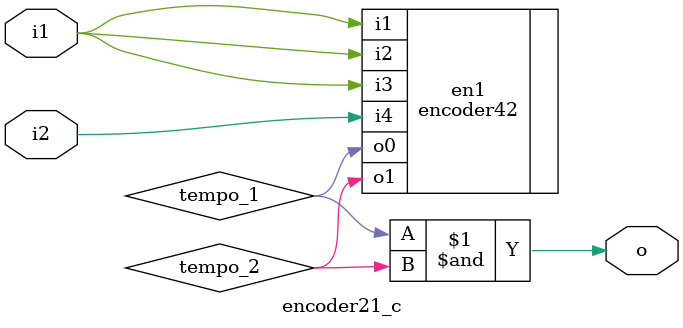
<source format=v>
module encoder21_c(
	input i1, // input 1
	input i2, // input 2
	output o // output
);

	wire tempo_1,tempo_2; // temporary outputs
	
	encoder42 en1 (.i1(i1), .i2(i1), .i3(i1), .i4(i2), .o0(tempo_1), .o1(tempo_2));
	
	assign o = tempo_1 & tempo_2;

endmodule

</source>
